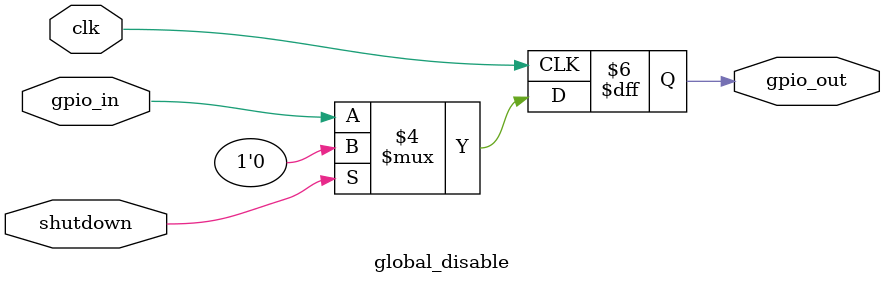
<source format=v>

module global_disable #(
  parameter NUM_IN = 1,
  parameter NUM_IOS = 1
) (
  input clk,
  input [NUM_IN-1:0] shutdown,
  input [NUM_IOS-1:0] gpio_in,
  output reg [NUM_IOS-1:0] gpio_out
);

  always @(posedge clk)
    if (|shutdown)
      // Set all GPIO outputs to low
      gpio_out = {NUM_IOS{1'b0}};
    else
      // Set all GPIO outputs to the input
      gpio_out = gpio_in;

endmodule

</source>
